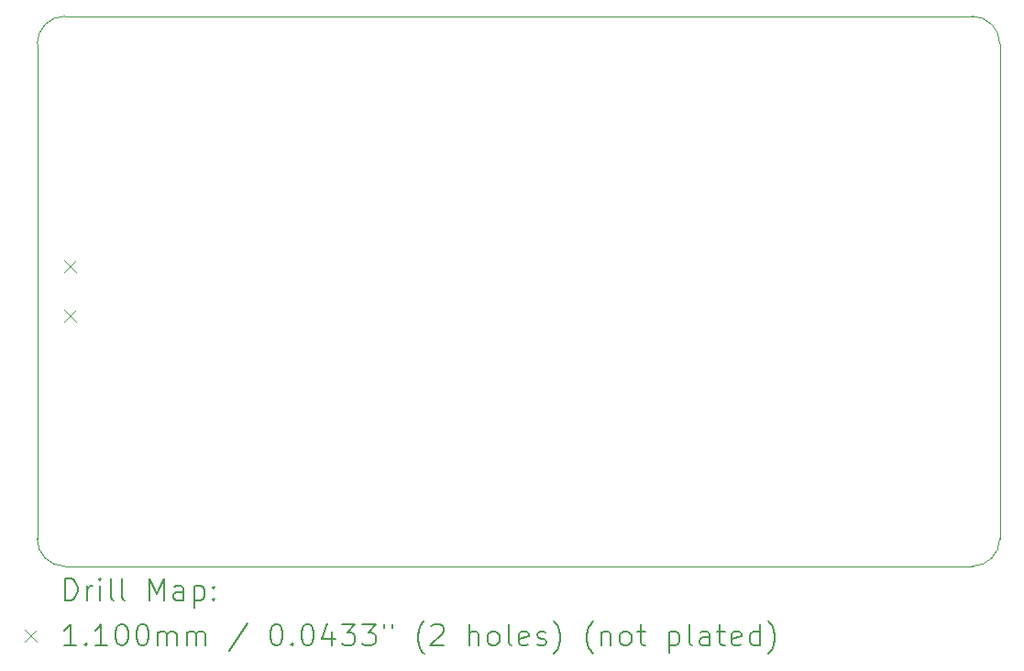
<source format=gbr>
%TF.GenerationSoftware,KiCad,Pcbnew,7.0.6*%
%TF.CreationDate,2023-07-12T10:41:09-06:00*%
%TF.ProjectId,L1IFStream,4c314946-5374-4726-9561-6d2e6b696361,A*%
%TF.SameCoordinates,Original*%
%TF.FileFunction,Drillmap*%
%TF.FilePolarity,Positive*%
%FSLAX45Y45*%
G04 Gerber Fmt 4.5, Leading zero omitted, Abs format (unit mm)*
G04 Created by KiCad (PCBNEW 7.0.6) date 2023-07-12 10:41:09*
%MOMM*%
%LPD*%
G01*
G04 APERTURE LIST*
%ADD10C,0.050000*%
%ADD11C,0.200000*%
%ADD12C,0.110000*%
G04 APERTURE END LIST*
D10*
X9236280Y-7276200D02*
G75*
G03*
X8982280Y-7530200I0J-254000D01*
G01*
X8982280Y-12102200D02*
G75*
G03*
X9236280Y-12356200I254000J0D01*
G01*
X17618280Y-7276200D02*
X9236280Y-7276200D01*
X17872280Y-7530200D02*
G75*
G03*
X17618280Y-7276200I-254000J0D01*
G01*
X17872280Y-12102200D02*
X17872280Y-7530200D01*
X8982280Y-7530200D02*
X8982280Y-12102200D01*
X9236280Y-12356200D02*
X17618280Y-12356200D01*
X17618280Y-12356200D02*
G75*
G03*
X17872280Y-12102200I0J254000D01*
G01*
D11*
D12*
X9232900Y-9531200D02*
X9342900Y-9641200D01*
X9342900Y-9531200D02*
X9232900Y-9641200D01*
X9232900Y-9991200D02*
X9342900Y-10101200D01*
X9342900Y-9991200D02*
X9232900Y-10101200D01*
D11*
X9240557Y-12670184D02*
X9240557Y-12470184D01*
X9240557Y-12470184D02*
X9288176Y-12470184D01*
X9288176Y-12470184D02*
X9316747Y-12479708D01*
X9316747Y-12479708D02*
X9335795Y-12498755D01*
X9335795Y-12498755D02*
X9345319Y-12517803D01*
X9345319Y-12517803D02*
X9354843Y-12555898D01*
X9354843Y-12555898D02*
X9354843Y-12584469D01*
X9354843Y-12584469D02*
X9345319Y-12622565D01*
X9345319Y-12622565D02*
X9335795Y-12641612D01*
X9335795Y-12641612D02*
X9316747Y-12660660D01*
X9316747Y-12660660D02*
X9288176Y-12670184D01*
X9288176Y-12670184D02*
X9240557Y-12670184D01*
X9440557Y-12670184D02*
X9440557Y-12536850D01*
X9440557Y-12574946D02*
X9450081Y-12555898D01*
X9450081Y-12555898D02*
X9459604Y-12546374D01*
X9459604Y-12546374D02*
X9478652Y-12536850D01*
X9478652Y-12536850D02*
X9497700Y-12536850D01*
X9564366Y-12670184D02*
X9564366Y-12536850D01*
X9564366Y-12470184D02*
X9554843Y-12479708D01*
X9554843Y-12479708D02*
X9564366Y-12489231D01*
X9564366Y-12489231D02*
X9573890Y-12479708D01*
X9573890Y-12479708D02*
X9564366Y-12470184D01*
X9564366Y-12470184D02*
X9564366Y-12489231D01*
X9688176Y-12670184D02*
X9669128Y-12660660D01*
X9669128Y-12660660D02*
X9659604Y-12641612D01*
X9659604Y-12641612D02*
X9659604Y-12470184D01*
X9792938Y-12670184D02*
X9773890Y-12660660D01*
X9773890Y-12660660D02*
X9764366Y-12641612D01*
X9764366Y-12641612D02*
X9764366Y-12470184D01*
X10021509Y-12670184D02*
X10021509Y-12470184D01*
X10021509Y-12470184D02*
X10088176Y-12613041D01*
X10088176Y-12613041D02*
X10154843Y-12470184D01*
X10154843Y-12470184D02*
X10154843Y-12670184D01*
X10335795Y-12670184D02*
X10335795Y-12565422D01*
X10335795Y-12565422D02*
X10326271Y-12546374D01*
X10326271Y-12546374D02*
X10307224Y-12536850D01*
X10307224Y-12536850D02*
X10269128Y-12536850D01*
X10269128Y-12536850D02*
X10250081Y-12546374D01*
X10335795Y-12660660D02*
X10316747Y-12670184D01*
X10316747Y-12670184D02*
X10269128Y-12670184D01*
X10269128Y-12670184D02*
X10250081Y-12660660D01*
X10250081Y-12660660D02*
X10240557Y-12641612D01*
X10240557Y-12641612D02*
X10240557Y-12622565D01*
X10240557Y-12622565D02*
X10250081Y-12603517D01*
X10250081Y-12603517D02*
X10269128Y-12593993D01*
X10269128Y-12593993D02*
X10316747Y-12593993D01*
X10316747Y-12593993D02*
X10335795Y-12584469D01*
X10431033Y-12536850D02*
X10431033Y-12736850D01*
X10431033Y-12546374D02*
X10450081Y-12536850D01*
X10450081Y-12536850D02*
X10488176Y-12536850D01*
X10488176Y-12536850D02*
X10507224Y-12546374D01*
X10507224Y-12546374D02*
X10516747Y-12555898D01*
X10516747Y-12555898D02*
X10526271Y-12574946D01*
X10526271Y-12574946D02*
X10526271Y-12632088D01*
X10526271Y-12632088D02*
X10516747Y-12651136D01*
X10516747Y-12651136D02*
X10507224Y-12660660D01*
X10507224Y-12660660D02*
X10488176Y-12670184D01*
X10488176Y-12670184D02*
X10450081Y-12670184D01*
X10450081Y-12670184D02*
X10431033Y-12660660D01*
X10611985Y-12651136D02*
X10621509Y-12660660D01*
X10621509Y-12660660D02*
X10611985Y-12670184D01*
X10611985Y-12670184D02*
X10602462Y-12660660D01*
X10602462Y-12660660D02*
X10611985Y-12651136D01*
X10611985Y-12651136D02*
X10611985Y-12670184D01*
X10611985Y-12546374D02*
X10621509Y-12555898D01*
X10621509Y-12555898D02*
X10611985Y-12565422D01*
X10611985Y-12565422D02*
X10602462Y-12555898D01*
X10602462Y-12555898D02*
X10611985Y-12546374D01*
X10611985Y-12546374D02*
X10611985Y-12565422D01*
D12*
X8869780Y-12943700D02*
X8979780Y-13053700D01*
X8979780Y-12943700D02*
X8869780Y-13053700D01*
D11*
X9345319Y-13090184D02*
X9231033Y-13090184D01*
X9288176Y-13090184D02*
X9288176Y-12890184D01*
X9288176Y-12890184D02*
X9269128Y-12918755D01*
X9269128Y-12918755D02*
X9250081Y-12937803D01*
X9250081Y-12937803D02*
X9231033Y-12947327D01*
X9431033Y-13071136D02*
X9440557Y-13080660D01*
X9440557Y-13080660D02*
X9431033Y-13090184D01*
X9431033Y-13090184D02*
X9421509Y-13080660D01*
X9421509Y-13080660D02*
X9431033Y-13071136D01*
X9431033Y-13071136D02*
X9431033Y-13090184D01*
X9631033Y-13090184D02*
X9516747Y-13090184D01*
X9573890Y-13090184D02*
X9573890Y-12890184D01*
X9573890Y-12890184D02*
X9554843Y-12918755D01*
X9554843Y-12918755D02*
X9535795Y-12937803D01*
X9535795Y-12937803D02*
X9516747Y-12947327D01*
X9754843Y-12890184D02*
X9773890Y-12890184D01*
X9773890Y-12890184D02*
X9792938Y-12899708D01*
X9792938Y-12899708D02*
X9802462Y-12909231D01*
X9802462Y-12909231D02*
X9811985Y-12928279D01*
X9811985Y-12928279D02*
X9821509Y-12966374D01*
X9821509Y-12966374D02*
X9821509Y-13013993D01*
X9821509Y-13013993D02*
X9811985Y-13052088D01*
X9811985Y-13052088D02*
X9802462Y-13071136D01*
X9802462Y-13071136D02*
X9792938Y-13080660D01*
X9792938Y-13080660D02*
X9773890Y-13090184D01*
X9773890Y-13090184D02*
X9754843Y-13090184D01*
X9754843Y-13090184D02*
X9735795Y-13080660D01*
X9735795Y-13080660D02*
X9726271Y-13071136D01*
X9726271Y-13071136D02*
X9716747Y-13052088D01*
X9716747Y-13052088D02*
X9707224Y-13013993D01*
X9707224Y-13013993D02*
X9707224Y-12966374D01*
X9707224Y-12966374D02*
X9716747Y-12928279D01*
X9716747Y-12928279D02*
X9726271Y-12909231D01*
X9726271Y-12909231D02*
X9735795Y-12899708D01*
X9735795Y-12899708D02*
X9754843Y-12890184D01*
X9945319Y-12890184D02*
X9964366Y-12890184D01*
X9964366Y-12890184D02*
X9983414Y-12899708D01*
X9983414Y-12899708D02*
X9992938Y-12909231D01*
X9992938Y-12909231D02*
X10002462Y-12928279D01*
X10002462Y-12928279D02*
X10011985Y-12966374D01*
X10011985Y-12966374D02*
X10011985Y-13013993D01*
X10011985Y-13013993D02*
X10002462Y-13052088D01*
X10002462Y-13052088D02*
X9992938Y-13071136D01*
X9992938Y-13071136D02*
X9983414Y-13080660D01*
X9983414Y-13080660D02*
X9964366Y-13090184D01*
X9964366Y-13090184D02*
X9945319Y-13090184D01*
X9945319Y-13090184D02*
X9926271Y-13080660D01*
X9926271Y-13080660D02*
X9916747Y-13071136D01*
X9916747Y-13071136D02*
X9907224Y-13052088D01*
X9907224Y-13052088D02*
X9897700Y-13013993D01*
X9897700Y-13013993D02*
X9897700Y-12966374D01*
X9897700Y-12966374D02*
X9907224Y-12928279D01*
X9907224Y-12928279D02*
X9916747Y-12909231D01*
X9916747Y-12909231D02*
X9926271Y-12899708D01*
X9926271Y-12899708D02*
X9945319Y-12890184D01*
X10097700Y-13090184D02*
X10097700Y-12956850D01*
X10097700Y-12975898D02*
X10107224Y-12966374D01*
X10107224Y-12966374D02*
X10126271Y-12956850D01*
X10126271Y-12956850D02*
X10154843Y-12956850D01*
X10154843Y-12956850D02*
X10173890Y-12966374D01*
X10173890Y-12966374D02*
X10183414Y-12985422D01*
X10183414Y-12985422D02*
X10183414Y-13090184D01*
X10183414Y-12985422D02*
X10192938Y-12966374D01*
X10192938Y-12966374D02*
X10211985Y-12956850D01*
X10211985Y-12956850D02*
X10240557Y-12956850D01*
X10240557Y-12956850D02*
X10259605Y-12966374D01*
X10259605Y-12966374D02*
X10269128Y-12985422D01*
X10269128Y-12985422D02*
X10269128Y-13090184D01*
X10364366Y-13090184D02*
X10364366Y-12956850D01*
X10364366Y-12975898D02*
X10373890Y-12966374D01*
X10373890Y-12966374D02*
X10392938Y-12956850D01*
X10392938Y-12956850D02*
X10421509Y-12956850D01*
X10421509Y-12956850D02*
X10440557Y-12966374D01*
X10440557Y-12966374D02*
X10450081Y-12985422D01*
X10450081Y-12985422D02*
X10450081Y-13090184D01*
X10450081Y-12985422D02*
X10459605Y-12966374D01*
X10459605Y-12966374D02*
X10478652Y-12956850D01*
X10478652Y-12956850D02*
X10507224Y-12956850D01*
X10507224Y-12956850D02*
X10526271Y-12966374D01*
X10526271Y-12966374D02*
X10535795Y-12985422D01*
X10535795Y-12985422D02*
X10535795Y-13090184D01*
X10926271Y-12880660D02*
X10754843Y-13137803D01*
X11183414Y-12890184D02*
X11202462Y-12890184D01*
X11202462Y-12890184D02*
X11221509Y-12899708D01*
X11221509Y-12899708D02*
X11231033Y-12909231D01*
X11231033Y-12909231D02*
X11240557Y-12928279D01*
X11240557Y-12928279D02*
X11250081Y-12966374D01*
X11250081Y-12966374D02*
X11250081Y-13013993D01*
X11250081Y-13013993D02*
X11240557Y-13052088D01*
X11240557Y-13052088D02*
X11231033Y-13071136D01*
X11231033Y-13071136D02*
X11221509Y-13080660D01*
X11221509Y-13080660D02*
X11202462Y-13090184D01*
X11202462Y-13090184D02*
X11183414Y-13090184D01*
X11183414Y-13090184D02*
X11164367Y-13080660D01*
X11164367Y-13080660D02*
X11154843Y-13071136D01*
X11154843Y-13071136D02*
X11145319Y-13052088D01*
X11145319Y-13052088D02*
X11135795Y-13013993D01*
X11135795Y-13013993D02*
X11135795Y-12966374D01*
X11135795Y-12966374D02*
X11145319Y-12928279D01*
X11145319Y-12928279D02*
X11154843Y-12909231D01*
X11154843Y-12909231D02*
X11164367Y-12899708D01*
X11164367Y-12899708D02*
X11183414Y-12890184D01*
X11335795Y-13071136D02*
X11345319Y-13080660D01*
X11345319Y-13080660D02*
X11335795Y-13090184D01*
X11335795Y-13090184D02*
X11326271Y-13080660D01*
X11326271Y-13080660D02*
X11335795Y-13071136D01*
X11335795Y-13071136D02*
X11335795Y-13090184D01*
X11469128Y-12890184D02*
X11488176Y-12890184D01*
X11488176Y-12890184D02*
X11507224Y-12899708D01*
X11507224Y-12899708D02*
X11516747Y-12909231D01*
X11516747Y-12909231D02*
X11526271Y-12928279D01*
X11526271Y-12928279D02*
X11535795Y-12966374D01*
X11535795Y-12966374D02*
X11535795Y-13013993D01*
X11535795Y-13013993D02*
X11526271Y-13052088D01*
X11526271Y-13052088D02*
X11516747Y-13071136D01*
X11516747Y-13071136D02*
X11507224Y-13080660D01*
X11507224Y-13080660D02*
X11488176Y-13090184D01*
X11488176Y-13090184D02*
X11469128Y-13090184D01*
X11469128Y-13090184D02*
X11450081Y-13080660D01*
X11450081Y-13080660D02*
X11440557Y-13071136D01*
X11440557Y-13071136D02*
X11431033Y-13052088D01*
X11431033Y-13052088D02*
X11421509Y-13013993D01*
X11421509Y-13013993D02*
X11421509Y-12966374D01*
X11421509Y-12966374D02*
X11431033Y-12928279D01*
X11431033Y-12928279D02*
X11440557Y-12909231D01*
X11440557Y-12909231D02*
X11450081Y-12899708D01*
X11450081Y-12899708D02*
X11469128Y-12890184D01*
X11707224Y-12956850D02*
X11707224Y-13090184D01*
X11659605Y-12880660D02*
X11611986Y-13023517D01*
X11611986Y-13023517D02*
X11735795Y-13023517D01*
X11792938Y-12890184D02*
X11916747Y-12890184D01*
X11916747Y-12890184D02*
X11850081Y-12966374D01*
X11850081Y-12966374D02*
X11878652Y-12966374D01*
X11878652Y-12966374D02*
X11897700Y-12975898D01*
X11897700Y-12975898D02*
X11907224Y-12985422D01*
X11907224Y-12985422D02*
X11916747Y-13004469D01*
X11916747Y-13004469D02*
X11916747Y-13052088D01*
X11916747Y-13052088D02*
X11907224Y-13071136D01*
X11907224Y-13071136D02*
X11897700Y-13080660D01*
X11897700Y-13080660D02*
X11878652Y-13090184D01*
X11878652Y-13090184D02*
X11821509Y-13090184D01*
X11821509Y-13090184D02*
X11802462Y-13080660D01*
X11802462Y-13080660D02*
X11792938Y-13071136D01*
X11983414Y-12890184D02*
X12107224Y-12890184D01*
X12107224Y-12890184D02*
X12040557Y-12966374D01*
X12040557Y-12966374D02*
X12069128Y-12966374D01*
X12069128Y-12966374D02*
X12088176Y-12975898D01*
X12088176Y-12975898D02*
X12097700Y-12985422D01*
X12097700Y-12985422D02*
X12107224Y-13004469D01*
X12107224Y-13004469D02*
X12107224Y-13052088D01*
X12107224Y-13052088D02*
X12097700Y-13071136D01*
X12097700Y-13071136D02*
X12088176Y-13080660D01*
X12088176Y-13080660D02*
X12069128Y-13090184D01*
X12069128Y-13090184D02*
X12011986Y-13090184D01*
X12011986Y-13090184D02*
X11992938Y-13080660D01*
X11992938Y-13080660D02*
X11983414Y-13071136D01*
X12183414Y-12890184D02*
X12183414Y-12928279D01*
X12259605Y-12890184D02*
X12259605Y-12928279D01*
X12554843Y-13166374D02*
X12545319Y-13156850D01*
X12545319Y-13156850D02*
X12526271Y-13128279D01*
X12526271Y-13128279D02*
X12516748Y-13109231D01*
X12516748Y-13109231D02*
X12507224Y-13080660D01*
X12507224Y-13080660D02*
X12497700Y-13033041D01*
X12497700Y-13033041D02*
X12497700Y-12994946D01*
X12497700Y-12994946D02*
X12507224Y-12947327D01*
X12507224Y-12947327D02*
X12516748Y-12918755D01*
X12516748Y-12918755D02*
X12526271Y-12899708D01*
X12526271Y-12899708D02*
X12545319Y-12871136D01*
X12545319Y-12871136D02*
X12554843Y-12861612D01*
X12621509Y-12909231D02*
X12631033Y-12899708D01*
X12631033Y-12899708D02*
X12650081Y-12890184D01*
X12650081Y-12890184D02*
X12697700Y-12890184D01*
X12697700Y-12890184D02*
X12716748Y-12899708D01*
X12716748Y-12899708D02*
X12726271Y-12909231D01*
X12726271Y-12909231D02*
X12735795Y-12928279D01*
X12735795Y-12928279D02*
X12735795Y-12947327D01*
X12735795Y-12947327D02*
X12726271Y-12975898D01*
X12726271Y-12975898D02*
X12611986Y-13090184D01*
X12611986Y-13090184D02*
X12735795Y-13090184D01*
X12973890Y-13090184D02*
X12973890Y-12890184D01*
X13059605Y-13090184D02*
X13059605Y-12985422D01*
X13059605Y-12985422D02*
X13050081Y-12966374D01*
X13050081Y-12966374D02*
X13031033Y-12956850D01*
X13031033Y-12956850D02*
X13002462Y-12956850D01*
X13002462Y-12956850D02*
X12983414Y-12966374D01*
X12983414Y-12966374D02*
X12973890Y-12975898D01*
X13183414Y-13090184D02*
X13164367Y-13080660D01*
X13164367Y-13080660D02*
X13154843Y-13071136D01*
X13154843Y-13071136D02*
X13145319Y-13052088D01*
X13145319Y-13052088D02*
X13145319Y-12994946D01*
X13145319Y-12994946D02*
X13154843Y-12975898D01*
X13154843Y-12975898D02*
X13164367Y-12966374D01*
X13164367Y-12966374D02*
X13183414Y-12956850D01*
X13183414Y-12956850D02*
X13211986Y-12956850D01*
X13211986Y-12956850D02*
X13231033Y-12966374D01*
X13231033Y-12966374D02*
X13240557Y-12975898D01*
X13240557Y-12975898D02*
X13250081Y-12994946D01*
X13250081Y-12994946D02*
X13250081Y-13052088D01*
X13250081Y-13052088D02*
X13240557Y-13071136D01*
X13240557Y-13071136D02*
X13231033Y-13080660D01*
X13231033Y-13080660D02*
X13211986Y-13090184D01*
X13211986Y-13090184D02*
X13183414Y-13090184D01*
X13364367Y-13090184D02*
X13345319Y-13080660D01*
X13345319Y-13080660D02*
X13335795Y-13061612D01*
X13335795Y-13061612D02*
X13335795Y-12890184D01*
X13516748Y-13080660D02*
X13497700Y-13090184D01*
X13497700Y-13090184D02*
X13459605Y-13090184D01*
X13459605Y-13090184D02*
X13440557Y-13080660D01*
X13440557Y-13080660D02*
X13431033Y-13061612D01*
X13431033Y-13061612D02*
X13431033Y-12985422D01*
X13431033Y-12985422D02*
X13440557Y-12966374D01*
X13440557Y-12966374D02*
X13459605Y-12956850D01*
X13459605Y-12956850D02*
X13497700Y-12956850D01*
X13497700Y-12956850D02*
X13516748Y-12966374D01*
X13516748Y-12966374D02*
X13526271Y-12985422D01*
X13526271Y-12985422D02*
X13526271Y-13004469D01*
X13526271Y-13004469D02*
X13431033Y-13023517D01*
X13602462Y-13080660D02*
X13621510Y-13090184D01*
X13621510Y-13090184D02*
X13659605Y-13090184D01*
X13659605Y-13090184D02*
X13678652Y-13080660D01*
X13678652Y-13080660D02*
X13688176Y-13061612D01*
X13688176Y-13061612D02*
X13688176Y-13052088D01*
X13688176Y-13052088D02*
X13678652Y-13033041D01*
X13678652Y-13033041D02*
X13659605Y-13023517D01*
X13659605Y-13023517D02*
X13631033Y-13023517D01*
X13631033Y-13023517D02*
X13611986Y-13013993D01*
X13611986Y-13013993D02*
X13602462Y-12994946D01*
X13602462Y-12994946D02*
X13602462Y-12985422D01*
X13602462Y-12985422D02*
X13611986Y-12966374D01*
X13611986Y-12966374D02*
X13631033Y-12956850D01*
X13631033Y-12956850D02*
X13659605Y-12956850D01*
X13659605Y-12956850D02*
X13678652Y-12966374D01*
X13754843Y-13166374D02*
X13764367Y-13156850D01*
X13764367Y-13156850D02*
X13783414Y-13128279D01*
X13783414Y-13128279D02*
X13792938Y-13109231D01*
X13792938Y-13109231D02*
X13802462Y-13080660D01*
X13802462Y-13080660D02*
X13811986Y-13033041D01*
X13811986Y-13033041D02*
X13811986Y-12994946D01*
X13811986Y-12994946D02*
X13802462Y-12947327D01*
X13802462Y-12947327D02*
X13792938Y-12918755D01*
X13792938Y-12918755D02*
X13783414Y-12899708D01*
X13783414Y-12899708D02*
X13764367Y-12871136D01*
X13764367Y-12871136D02*
X13754843Y-12861612D01*
X14116748Y-13166374D02*
X14107224Y-13156850D01*
X14107224Y-13156850D02*
X14088176Y-13128279D01*
X14088176Y-13128279D02*
X14078652Y-13109231D01*
X14078652Y-13109231D02*
X14069129Y-13080660D01*
X14069129Y-13080660D02*
X14059605Y-13033041D01*
X14059605Y-13033041D02*
X14059605Y-12994946D01*
X14059605Y-12994946D02*
X14069129Y-12947327D01*
X14069129Y-12947327D02*
X14078652Y-12918755D01*
X14078652Y-12918755D02*
X14088176Y-12899708D01*
X14088176Y-12899708D02*
X14107224Y-12871136D01*
X14107224Y-12871136D02*
X14116748Y-12861612D01*
X14192938Y-12956850D02*
X14192938Y-13090184D01*
X14192938Y-12975898D02*
X14202462Y-12966374D01*
X14202462Y-12966374D02*
X14221510Y-12956850D01*
X14221510Y-12956850D02*
X14250081Y-12956850D01*
X14250081Y-12956850D02*
X14269129Y-12966374D01*
X14269129Y-12966374D02*
X14278652Y-12985422D01*
X14278652Y-12985422D02*
X14278652Y-13090184D01*
X14402462Y-13090184D02*
X14383414Y-13080660D01*
X14383414Y-13080660D02*
X14373891Y-13071136D01*
X14373891Y-13071136D02*
X14364367Y-13052088D01*
X14364367Y-13052088D02*
X14364367Y-12994946D01*
X14364367Y-12994946D02*
X14373891Y-12975898D01*
X14373891Y-12975898D02*
X14383414Y-12966374D01*
X14383414Y-12966374D02*
X14402462Y-12956850D01*
X14402462Y-12956850D02*
X14431033Y-12956850D01*
X14431033Y-12956850D02*
X14450081Y-12966374D01*
X14450081Y-12966374D02*
X14459605Y-12975898D01*
X14459605Y-12975898D02*
X14469129Y-12994946D01*
X14469129Y-12994946D02*
X14469129Y-13052088D01*
X14469129Y-13052088D02*
X14459605Y-13071136D01*
X14459605Y-13071136D02*
X14450081Y-13080660D01*
X14450081Y-13080660D02*
X14431033Y-13090184D01*
X14431033Y-13090184D02*
X14402462Y-13090184D01*
X14526272Y-12956850D02*
X14602462Y-12956850D01*
X14554843Y-12890184D02*
X14554843Y-13061612D01*
X14554843Y-13061612D02*
X14564367Y-13080660D01*
X14564367Y-13080660D02*
X14583414Y-13090184D01*
X14583414Y-13090184D02*
X14602462Y-13090184D01*
X14821510Y-12956850D02*
X14821510Y-13156850D01*
X14821510Y-12966374D02*
X14840557Y-12956850D01*
X14840557Y-12956850D02*
X14878653Y-12956850D01*
X14878653Y-12956850D02*
X14897700Y-12966374D01*
X14897700Y-12966374D02*
X14907224Y-12975898D01*
X14907224Y-12975898D02*
X14916748Y-12994946D01*
X14916748Y-12994946D02*
X14916748Y-13052088D01*
X14916748Y-13052088D02*
X14907224Y-13071136D01*
X14907224Y-13071136D02*
X14897700Y-13080660D01*
X14897700Y-13080660D02*
X14878653Y-13090184D01*
X14878653Y-13090184D02*
X14840557Y-13090184D01*
X14840557Y-13090184D02*
X14821510Y-13080660D01*
X15031033Y-13090184D02*
X15011986Y-13080660D01*
X15011986Y-13080660D02*
X15002462Y-13061612D01*
X15002462Y-13061612D02*
X15002462Y-12890184D01*
X15192938Y-13090184D02*
X15192938Y-12985422D01*
X15192938Y-12985422D02*
X15183414Y-12966374D01*
X15183414Y-12966374D02*
X15164367Y-12956850D01*
X15164367Y-12956850D02*
X15126272Y-12956850D01*
X15126272Y-12956850D02*
X15107224Y-12966374D01*
X15192938Y-13080660D02*
X15173891Y-13090184D01*
X15173891Y-13090184D02*
X15126272Y-13090184D01*
X15126272Y-13090184D02*
X15107224Y-13080660D01*
X15107224Y-13080660D02*
X15097700Y-13061612D01*
X15097700Y-13061612D02*
X15097700Y-13042565D01*
X15097700Y-13042565D02*
X15107224Y-13023517D01*
X15107224Y-13023517D02*
X15126272Y-13013993D01*
X15126272Y-13013993D02*
X15173891Y-13013993D01*
X15173891Y-13013993D02*
X15192938Y-13004469D01*
X15259605Y-12956850D02*
X15335795Y-12956850D01*
X15288176Y-12890184D02*
X15288176Y-13061612D01*
X15288176Y-13061612D02*
X15297700Y-13080660D01*
X15297700Y-13080660D02*
X15316748Y-13090184D01*
X15316748Y-13090184D02*
X15335795Y-13090184D01*
X15478653Y-13080660D02*
X15459605Y-13090184D01*
X15459605Y-13090184D02*
X15421510Y-13090184D01*
X15421510Y-13090184D02*
X15402462Y-13080660D01*
X15402462Y-13080660D02*
X15392938Y-13061612D01*
X15392938Y-13061612D02*
X15392938Y-12985422D01*
X15392938Y-12985422D02*
X15402462Y-12966374D01*
X15402462Y-12966374D02*
X15421510Y-12956850D01*
X15421510Y-12956850D02*
X15459605Y-12956850D01*
X15459605Y-12956850D02*
X15478653Y-12966374D01*
X15478653Y-12966374D02*
X15488176Y-12985422D01*
X15488176Y-12985422D02*
X15488176Y-13004469D01*
X15488176Y-13004469D02*
X15392938Y-13023517D01*
X15659605Y-13090184D02*
X15659605Y-12890184D01*
X15659605Y-13080660D02*
X15640557Y-13090184D01*
X15640557Y-13090184D02*
X15602462Y-13090184D01*
X15602462Y-13090184D02*
X15583414Y-13080660D01*
X15583414Y-13080660D02*
X15573891Y-13071136D01*
X15573891Y-13071136D02*
X15564367Y-13052088D01*
X15564367Y-13052088D02*
X15564367Y-12994946D01*
X15564367Y-12994946D02*
X15573891Y-12975898D01*
X15573891Y-12975898D02*
X15583414Y-12966374D01*
X15583414Y-12966374D02*
X15602462Y-12956850D01*
X15602462Y-12956850D02*
X15640557Y-12956850D01*
X15640557Y-12956850D02*
X15659605Y-12966374D01*
X15735795Y-13166374D02*
X15745319Y-13156850D01*
X15745319Y-13156850D02*
X15764367Y-13128279D01*
X15764367Y-13128279D02*
X15773891Y-13109231D01*
X15773891Y-13109231D02*
X15783414Y-13080660D01*
X15783414Y-13080660D02*
X15792938Y-13033041D01*
X15792938Y-13033041D02*
X15792938Y-12994946D01*
X15792938Y-12994946D02*
X15783414Y-12947327D01*
X15783414Y-12947327D02*
X15773891Y-12918755D01*
X15773891Y-12918755D02*
X15764367Y-12899708D01*
X15764367Y-12899708D02*
X15745319Y-12871136D01*
X15745319Y-12871136D02*
X15735795Y-12861612D01*
M02*

</source>
